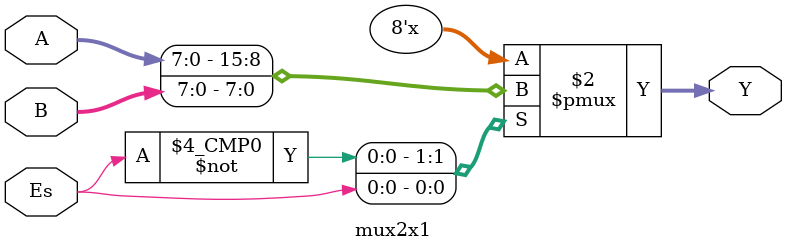
<source format=v>
module mux2x1 (A, B, Es, Y);
    // Declara as entradas de 8 bits A e B, e o bit de seleção Es
    input [7:0] A, B;
    input Es;
    
    // Declara a saída de 8 bits Y
    output reg [7:0] Y;
    
    // Seleção de A ou B com base em Es
    always @(*) begin
        case (Es)
            1'b0: Y = A;  // Se Es = 0, seleciona A
            1'b1: Y = B;  // Se Es = 1, seleciona B
            default: Y = 8'b00000000;  // Valor padrão (não utilizado)
        endcase
    end
endmodule
</source>
